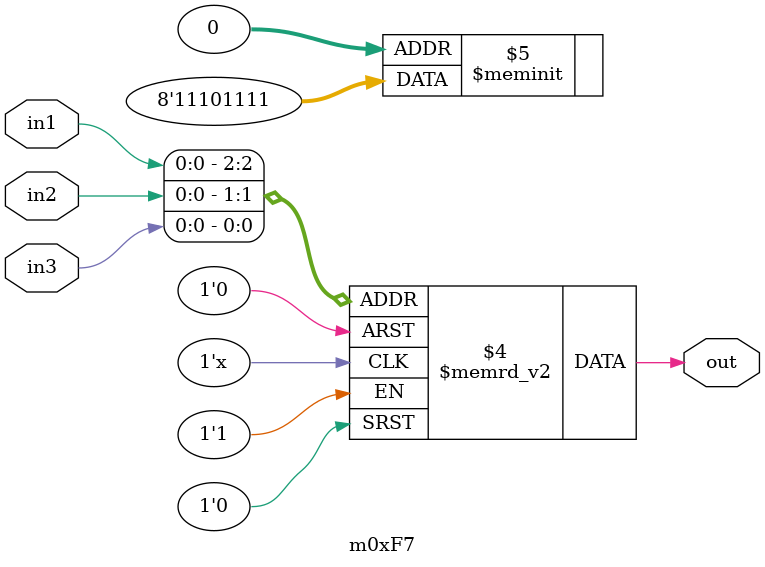
<source format=v>
module m0xF7(output out, input in1, in2, in3);

   always @(in1, in2, in3)
     begin
        case({in1, in2, in3})
          3'b000: {out} = 1'b1;
          3'b001: {out} = 1'b1;
          3'b010: {out} = 1'b1;
          3'b011: {out} = 1'b1;
          3'b100: {out} = 1'b0;
          3'b101: {out} = 1'b1;
          3'b110: {out} = 1'b1;
          3'b111: {out} = 1'b1;
        endcase // case ({in1, in2, in3})
     end // always @ (in1, in2, in3)

endmodule // m0xF7
</source>
